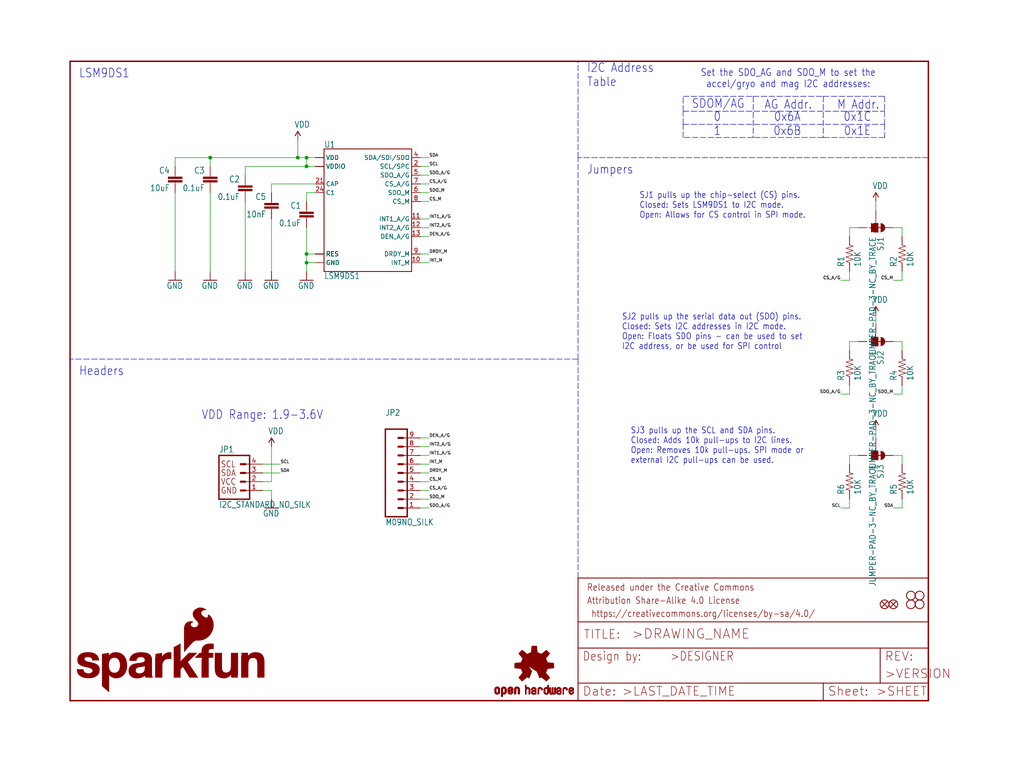
<source format=kicad_sch>
(kicad_sch (version 20211123) (generator eeschema)
  (paper "User" 297.002 224.485)
  (lib_symbols
    (symbol "eagleSchem-eagle-import:0.1UF-25V(+80{slash}-20%)(0603)"
      (property "Reference" "C" (at 1.524 2.921 0))
      (property "Value" "0.1UF-25V(+80{slash}-20%)(0603)" (at 1.524 -2.159 0))
      (symbol "0.1UF-25V(+80{slash}-20%)(0603)_1_0"
        (pin passive line (at 0 5.08 270) (length 2.54) (name "1") (number "1"))
        (pin passive line (at 0 -2.54 90) (length 2.54) (name "2") (number "2"))
      )
    )
    (symbol "eagleSchem-eagle-import:10KOHM-1{slash}10W-1%(0603)0603"
      (property "Reference" "R" (at -3.81 1.4986 0))
      (property "Value" "10KOHM-1{slash}10W-1%(0603)0603" (at -3.81 -3.302 0))
      (symbol "10KOHM-1{slash}10W-1%(0603)0603_1_0"
        (pin passive line (at -5.08 0 0) (length 2.54) (name "1") (number "1"))
        (pin passive line (at 5.08 0 180) (length 2.54) (name "2") (number "2"))
      )
    )
    (symbol "eagleSchem-eagle-import:10NF{slash}10000PF-50V-10%(0603)"
      (property "Reference" "C" (at 1.524 2.921 0))
      (property "Value" "10NF{slash}10000PF-50V-10%(0603)" (at 1.524 -2.159 0))
      (symbol "10NF{slash}10000PF-50V-10%(0603)_1_0"
        (pin passive line (at 0 5.08 270) (length 2.54) (name "1") (number "1"))
        (pin passive line (at 0 -2.54 90) (length 2.54) (name "2") (number "2"))
      )
    )
    (symbol "eagleSchem-eagle-import:10UF-6.3V-20%(0603)"
      (property "Reference" "C" (at 1.524 2.921 0))
      (property "Value" "10UF-6.3V-20%(0603)" (at 1.524 -2.159 0))
      (symbol "10UF-6.3V-20%(0603)_1_0"
        (pin passive line (at 0 5.08 270) (length 2.54) (name "1") (number "1"))
        (pin passive line (at 0 -2.54 90) (length 2.54) (name "2") (number "2"))
      )
    )
    (symbol "eagleSchem-eagle-import:FIDUCIAL1X2")
    (symbol "eagleSchem-eagle-import:FRAME-LETTER"
      (symbol "FRAME-LETTER_2_0"
        (text " https://creativecommons.org/licenses/by-sa/4.0/" (at 2.54 24.13 0) (effects (font (size 1.9304 1.6408)) (justify left bottom)))
        (text ">DESIGNER" (at 26.67 11.43 0) (effects (font (size 2.54 2.159)) (justify left bottom)))
        (text ">DRAWING_NAME" (at 15.494 17.78 0) (effects (font (size 2.7432 2.7432)) (justify left bottom)))
        (text ">LAST_DATE_TIME" (at 12.7 1.27 0) (effects (font (size 2.54 2.54)) (justify left bottom)))
        (text ">SHEET" (at 86.36 1.27 0) (effects (font (size 2.54 2.54)) (justify left bottom)))
        (text ">VERSION" (at 88.9 6.35 0) (effects (font (size 2.54 2.54)) (justify left bottom)))
        (text "Attribution Share-Alike 4.0 License" (at 2.54 27.94 0) (effects (font (size 1.9304 1.6408)) (justify left bottom)))
        (text "Date:" (at 1.27 1.27 0) (effects (font (size 2.54 2.54)) (justify left bottom)))
        (text "Design by:" (at 1.27 11.43 0) (effects (font (size 2.54 2.159)) (justify left bottom)))
        (text "Released under the Creative Commons" (at 2.54 31.75 0) (effects (font (size 1.9304 1.6408)) (justify left bottom)))
        (text "REV:" (at 88.9 11.43 0) (effects (font (size 2.54 2.54)) (justify left bottom)))
        (text "Sheet:" (at 72.39 1.27 0) (effects (font (size 2.54 2.54)) (justify left bottom)))
        (text "TITLE:" (at 1.524 17.78 0) (effects (font (size 2.54 2.54)) (justify left bottom)))
      )
    )
    (symbol "eagleSchem-eagle-import:GND" (power)
      (property "Value" "GND" (at -2.54 -2.54 0))
      (symbol "GND_1_0"
        (pin power_in line (at 0 2.54 270) (length 2.54) (name "GND") (number "1"))
      )
    )
    (symbol "eagleSchem-eagle-import:I2C_STANDARD_NO_SILK"
      (property "Reference" "JP" (at -2.54 13.462 0))
      (property "Value" "I2C_STANDARD_NO_SILK" (at -2.54 -2.54 0))
      (symbol "I2C_STANDARD_NO_SILK_1_0"
        (text "GND" (at -2.032 2.54 0) (effects (font (size 1.778 1.5113)) (justify left)))
        (text "SCL" (at -2.032 10.16 0) (effects (font (size 1.778 1.5113)) (justify left)))
        (text "SDA" (at -2.032 7.62 0) (effects (font (size 1.778 1.5113)) (justify left)))
        (text "VCC" (at -2.032 5.08 0) (effects (font (size 1.778 1.5113)) (justify left)))
        (pin passive line (at 10.16 2.54 180) (length 5.08) (name "1") (number "1"))
        (pin passive line (at 10.16 5.08 180) (length 5.08) (name "2") (number "2"))
        (pin passive line (at 10.16 7.62 180) (length 5.08) (name "3") (number "3"))
        (pin passive line (at 10.16 10.16 180) (length 5.08) (name "4") (number "4"))
      )
    )
    (symbol "eagleSchem-eagle-import:JUMPER-PAD-3-NC_BY_TRACE"
      (property "Reference" "SJ" (at 2.54 0.381 0))
      (property "Value" "JUMPER-PAD-3-NC_BY_TRACE" (at 2.54 -1.905 0))
      (symbol "JUMPER-PAD-3-NC_BY_TRACE_1_0"
        (pin passive line (at 0 5.08 270) (length 2.54) (name "1") (number "1"))
        (pin passive line (at -5.08 0 0) (length 2.54) (name "2") (number "2"))
        (pin passive line (at 0 -5.08 90) (length 2.54) (name "3") (number "3"))
      )
    )
    (symbol "eagleSchem-eagle-import:LSM9DS1"
      (property "Reference" "U" (at -12.7 19.05 0))
      (property "Value" "LSM9DS1" (at -12.7 -19.05 0))
      (symbol "LSM9DS1_1_0"
        (pin bidirectional line (at -15.24 12.7 0) (length 2.54) (name "VDDIO") (number "1"))
        (pin bidirectional line (at 15.24 -15.24 180) (length 2.54) (name "INT_M") (number "10"))
        (pin bidirectional line (at 15.24 -2.54 180) (length 2.54) (name "INT1_A/G") (number "11"))
        (pin bidirectional line (at 15.24 -5.08 180) (length 2.54) (name "INT2_A/G") (number "12"))
        (pin bidirectional line (at 15.24 -7.62 180) (length 2.54) (name "DEN_A/G") (number "13"))
        (pin bidirectional line (at -15.24 -12.7 0) (length 2.54) (name "RES") (number "14"))
        (pin bidirectional line (at -15.24 -12.7 0) (length 2.54) (name "RES") (number "15"))
        (pin bidirectional line (at -15.24 -12.7 0) (length 2.54) (name "RES") (number "16"))
        (pin bidirectional line (at -15.24 -12.7 0) (length 2.54) (name "RES") (number "17"))
        (pin bidirectional line (at -15.24 -12.7 0) (length 2.54) (name "RES") (number "18"))
        (pin bidirectional line (at -15.24 -15.24 0) (length 2.54) (name "GND") (number "19"))
        (pin bidirectional line (at 15.24 12.7 180) (length 2.54) (name "SCL/SPC") (number "2"))
        (pin bidirectional line (at -15.24 -15.24 0) (length 2.54) (name "GND") (number "20"))
        (pin bidirectional line (at -15.24 7.62 0) (length 2.54) (name "CAP") (number "21"))
        (pin bidirectional line (at -15.24 15.24 0) (length 2.54) (name "VDD") (number "22"))
        (pin bidirectional line (at -15.24 15.24 0) (length 2.54) (name "VDD") (number "23"))
        (pin bidirectional line (at -15.24 5.08 0) (length 2.54) (name "C1") (number "24"))
        (pin bidirectional line (at -15.24 12.7 0) (length 2.54) (name "VDDIO") (number "3"))
        (pin bidirectional line (at 15.24 15.24 180) (length 2.54) (name "SDA/SDI/SDO") (number "4"))
        (pin bidirectional line (at 15.24 10.16 180) (length 2.54) (name "SDO_A/G") (number "5"))
        (pin bidirectional line (at 15.24 5.08 180) (length 2.54) (name "SDO_M") (number "6"))
        (pin bidirectional line (at 15.24 7.62 180) (length 2.54) (name "CS_A/G") (number "7"))
        (pin bidirectional line (at 15.24 2.54 180) (length 2.54) (name "CS_M") (number "8"))
        (pin bidirectional line (at 15.24 -12.7 180) (length 2.54) (name "DRDY_M") (number "9"))
      )
    )
    (symbol "eagleSchem-eagle-import:M09NO_SILK"
      (property "Reference" "JP" (at 0 16.51 0))
      (property "Value" "M09NO_SILK" (at 0 -15.24 0))
      (symbol "M09NO_SILK_1_0"
        (pin passive line (at 10.16 -10.16 180) (length 5.08) (name "1") (number "1"))
        (pin passive line (at 10.16 -7.62 180) (length 5.08) (name "2") (number "2"))
        (pin passive line (at 10.16 -5.08 180) (length 5.08) (name "3") (number "3"))
        (pin passive line (at 10.16 -2.54 180) (length 5.08) (name "4") (number "4"))
        (pin passive line (at 10.16 0 180) (length 5.08) (name "5") (number "5"))
        (pin passive line (at 10.16 2.54 180) (length 5.08) (name "6") (number "6"))
        (pin passive line (at 10.16 5.08 180) (length 5.08) (name "7") (number "7"))
        (pin passive line (at 10.16 7.62 180) (length 5.08) (name "8") (number "8"))
        (pin passive line (at 10.16 10.16 180) (length 5.08) (name "9") (number "9"))
      )
    )
    (symbol "eagleSchem-eagle-import:OSHW-LOGOS")
    (symbol "eagleSchem-eagle-import:SFE_LOGO_FLAME.2_INCH")
    (symbol "eagleSchem-eagle-import:SFE_LOGO_NAME.1_INCH")
    (symbol "eagleSchem-eagle-import:STAND-OFF")
    (symbol "eagleSchem-eagle-import:VDD" (power)
      (property "Value" "VDD" (at -1.016 3.556 0))
      (symbol "VDD_1_0"
        (pin power_in line (at 0 0 90) (length 2.54) (name "VDD") (number "1"))
      )
    )
  )
  (junction (at 86.36 45.72))
  (junction (at 88.9 76.2))
  (junction (at 88.9 48.26))
  (junction (at 88.9 45.72))
  (junction (at 88.9 73.66))
  (junction (at 60.96 45.72))
  (wire (pts (xy 121.92 134.62) (xy 124.46 134.62)))
  (polyline (pts (xy 269.24 45.72) (xy 167.64 45.72)))
  (wire (pts (xy 86.36 45.72) (xy 86.36 40.64)))
  (polyline (pts (xy 256.54 39.878) (xy 238.76 39.878)))
  (wire (pts (xy 76.2 137.16) (xy 81.28 137.16)))
  (wire (pts (xy 246.38 144.78) (xy 246.38 147.32)))
  (wire (pts (xy 121.92 127) (xy 124.46 127)))
  (wire (pts (xy 88.9 76.2) (xy 88.9 78.74)))
  (wire (pts (xy 261.62 111.76) (xy 261.62 114.3)))
  (wire (pts (xy 60.96 48.26) (xy 60.96 45.72)))
  (wire (pts (xy 246.38 132.08) (xy 246.38 134.62)))
  (polyline (pts (xy 198.12 36.068) (xy 198.12 32.258)))
  (wire (pts (xy 259.08 99.06) (xy 261.62 99.06)))
  (polyline (pts (xy 198.12 32.258) (xy 256.54 32.258)))
  (polyline (pts (xy 198.12 32.258) (xy 198.12 27.94)))
  (wire (pts (xy 88.9 73.66) (xy 88.9 76.2)))
  (wire (pts (xy 246.38 78.74) (xy 246.38 81.28)))
  (wire (pts (xy 76.2 139.7) (xy 78.74 139.7)))
  (wire (pts (xy 261.62 132.08) (xy 261.62 134.62)))
  (wire (pts (xy 246.38 101.6) (xy 246.38 99.06)))
  (wire (pts (xy 71.12 48.26) (xy 88.9 48.26)))
  (wire (pts (xy 254 91.44) (xy 254 93.98)))
  (polyline (pts (xy 167.64 45.72) (xy 167.64 17.78)))
  (wire (pts (xy 121.92 53.34) (xy 124.46 53.34)))
  (polyline (pts (xy 256.54 32.258) (xy 256.54 36.068)))
  (polyline (pts (xy 198.12 27.94) (xy 218.44 27.94)))
  (wire (pts (xy 246.38 114.3) (xy 243.84 114.3)))
  (wire (pts (xy 254 58.42) (xy 254 60.96)))
  (wire (pts (xy 121.92 45.72) (xy 124.46 45.72)))
  (polyline (pts (xy 167.64 104.14) (xy 20.32 104.14)))
  (polyline (pts (xy 198.12 39.878) (xy 198.12 36.068)))
  (wire (pts (xy 50.8 78.74) (xy 50.8 55.88)))
  (wire (pts (xy 60.96 78.74) (xy 60.96 55.88)))
  (wire (pts (xy 78.74 78.74) (xy 78.74 63.5)))
  (polyline (pts (xy 256.54 27.94) (xy 256.54 32.258)))
  (polyline (pts (xy 218.44 39.878) (xy 198.12 39.878)))
  (wire (pts (xy 246.38 99.06) (xy 248.92 99.06)))
  (wire (pts (xy 78.74 55.88) (xy 78.74 53.34)))
  (wire (pts (xy 76.2 142.24) (xy 78.74 142.24)))
  (wire (pts (xy 76.2 134.62) (xy 81.28 134.62)))
  (wire (pts (xy 261.62 99.06) (xy 261.62 101.6)))
  (wire (pts (xy 124.46 48.26) (xy 121.92 48.26)))
  (wire (pts (xy 261.62 114.3) (xy 259.08 114.3)))
  (wire (pts (xy 78.74 139.7) (xy 78.74 129.54)))
  (wire (pts (xy 121.92 68.58) (xy 124.46 68.58)))
  (wire (pts (xy 78.74 53.34) (xy 91.44 53.34)))
  (polyline (pts (xy 238.76 27.94) (xy 238.76 39.878)))
  (wire (pts (xy 121.92 147.32) (xy 124.46 147.32)))
  (wire (pts (xy 121.92 55.88) (xy 124.46 55.88)))
  (polyline (pts (xy 167.64 167.64) (xy 167.64 104.14)))
  (wire (pts (xy 246.38 147.32) (xy 243.84 147.32)))
  (wire (pts (xy 246.38 81.28) (xy 243.84 81.28)))
  (wire (pts (xy 91.44 73.66) (xy 88.9 73.66)))
  (wire (pts (xy 121.92 132.08) (xy 124.46 132.08)))
  (polyline (pts (xy 198.12 36.068) (xy 256.54 36.068)))
  (wire (pts (xy 60.96 45.72) (xy 86.36 45.72)))
  (wire (pts (xy 121.92 76.2) (xy 124.46 76.2)))
  (wire (pts (xy 261.62 81.28) (xy 259.08 81.28)))
  (polyline (pts (xy 218.44 27.94) (xy 218.44 39.878)))
  (wire (pts (xy 261.62 78.74) (xy 261.62 81.28)))
  (wire (pts (xy 121.92 139.7) (xy 124.46 139.7)))
  (wire (pts (xy 254 127) (xy 254 124.46)))
  (wire (pts (xy 78.74 142.24) (xy 78.74 144.78)))
  (polyline (pts (xy 218.44 27.94) (xy 238.76 27.94)))
  (wire (pts (xy 50.8 48.26) (xy 50.8 45.72)))
  (wire (pts (xy 50.8 45.72) (xy 60.96 45.72)))
  (wire (pts (xy 88.9 48.26) (xy 91.44 48.26)))
  (wire (pts (xy 246.38 111.76) (xy 246.38 114.3)))
  (polyline (pts (xy 256.54 36.068) (xy 256.54 39.878)))
  (wire (pts (xy 121.92 58.42) (xy 124.46 58.42)))
  (wire (pts (xy 259.08 132.08) (xy 261.62 132.08)))
  (wire (pts (xy 91.44 76.2) (xy 88.9 76.2)))
  (wire (pts (xy 88.9 58.42) (xy 88.9 55.88)))
  (polyline (pts (xy 238.76 27.94) (xy 256.54 27.94)))
  (wire (pts (xy 261.62 147.32) (xy 259.08 147.32)))
  (wire (pts (xy 261.62 144.78) (xy 261.62 147.32)))
  (wire (pts (xy 71.12 50.8) (xy 71.12 48.26)))
  (wire (pts (xy 121.92 50.8) (xy 124.46 50.8)))
  (wire (pts (xy 71.12 78.74) (xy 71.12 58.42)))
  (wire (pts (xy 246.38 68.58) (xy 246.38 66.04)))
  (wire (pts (xy 246.38 66.04) (xy 248.92 66.04)))
  (wire (pts (xy 121.92 63.5) (xy 124.46 63.5)))
  (wire (pts (xy 261.62 66.04) (xy 261.62 68.58)))
  (wire (pts (xy 121.92 129.54) (xy 124.46 129.54)))
  (wire (pts (xy 121.92 73.66) (xy 124.46 73.66)))
  (wire (pts (xy 248.92 132.08) (xy 246.38 132.08)))
  (wire (pts (xy 121.92 66.04) (xy 124.46 66.04)))
  (wire (pts (xy 88.9 45.72) (xy 91.44 45.72)))
  (wire (pts (xy 121.92 144.78) (xy 124.46 144.78)))
  (wire (pts (xy 88.9 48.26) (xy 88.9 45.72)))
  (wire (pts (xy 88.9 55.88) (xy 91.44 55.88)))
  (polyline (pts (xy 167.64 104.14) (xy 167.64 45.72)))
  (wire (pts (xy 86.36 45.72) (xy 88.9 45.72)))
  (wire (pts (xy 121.92 137.16) (xy 124.46 137.16)))
  (polyline (pts (xy 238.76 39.878) (xy 218.44 39.878)))
  (wire (pts (xy 259.08 66.04) (xy 261.62 66.04)))
  (wire (pts (xy 121.92 142.24) (xy 124.46 142.24)))
  (wire (pts (xy 88.9 66.04) (xy 88.9 73.66)))
  (text "0x6A\n0x6B" (at 228.346 36.068 180) (effects (font (size 2.54 2.159))))
  (text "Jumpers" (at 170.18 50.8 180) (effects (font (size 2.54 2.159)) (justify left bottom)))
  (text "SDOM/AG" (at 208.28 30.226 180) (effects (font (size 2.54 2.159))))
  (text "AG Addr." (at 228.6 30.48 180) (effects (font (size 2.54 2.159))))
  (text "VDD Range: 1.9-3.6V" (at 58.42 121.92 180) (effects (font (size 2.54 2.159)) (justify left bottom)))
  (text "0x1C\n0x1E" (at 248.666 36.068 180) (effects (font (size 2.54 2.159))))
  (text "I2C Address\nTable" (at 170.18 25.4 180) (effects (font (size 2.54 2.159)) (justify left bottom)))
  (text "SJ1 pulls up the chip-select (CS) pins.\nClosed: Sets LSM9DS1 to I2C mode.\nOpen: Allows for CS control in SPI mode." (at 185.42 63.5 0) (effects (font (size 1.778 1.5113)) (justify left bottom)))
  (text "Headers" (at 22.86 109.22 180) (effects (font (size 2.54 2.159)) (justify left bottom)))
  (text "SJ3 pulls up the SCL and SDA pins.\nClosed: Adds 10k pull-ups to I2C lines.\nOpen: Removes 10k pull-ups. SPI mode or\nexternal I2C pull-ups can be used." (at 182.88 134.62 0) (effects (font (size 1.778 1.5113)) (justify left bottom)))
  (text "SJ2 pulls up the serial data out (SDO) pins.\nClosed: Sets I2C addresses in I2C mode.\nOpen: Floats SDO pins - can be used to set\nI2C address, or be used for SPI control" (at 180.34 101.6 0) (effects (font (size 1.778 1.5113)) (justify left bottom)))
  (text "LSM9DS1" (at 22.86 22.86 180) (effects (font (size 2.54 2.159)) (justify left bottom)))
  (text "0\n1" (at 208.026 36.068 180) (effects (font (size 2.54 2.159))))
  (text "Set the SDO_AG and SDO_M to set the\naccel/gryo and mag I2C addresses:" (at 228.6 22.86 0) (effects (font (size 2.032 1.7272))))
  (text "M Addr." (at 248.92 30.48 180) (effects (font (size 2.54 2.159))))
  (label "SCL" (at 81.28 134.62 0) (effects (font (size 0.889 0.889))))
  (label "INT2_A/G" (at 124.46 66.04 0) (effects (font (size 0.889 0.889))))
  (label "CS_A/G" (at 124.46 142.24 0) (effects (font (size 0.889 0.889))))
  (label "CS_A/G" (at 243.84 81.28 180) (effects (font (size 0.889 0.889))))
  (label "INT1_A/G" (at 124.46 63.5 0) (effects (font (size 0.889 0.889))))
  (label "CS_M" (at 124.46 58.42 0) (effects (font (size 0.889 0.889))))
  (label "SDO_M" (at 124.46 55.88 0) (effects (font (size 0.889 0.889))))
  (label "DEN_A/G" (at 124.46 68.58 0) (effects (font (size 0.889 0.889))))
  (label "SDA" (at 259.08 147.32 180) (effects (font (size 0.889 0.889))))
  (label "DRDY_M" (at 124.46 137.16 0) (effects (font (size 0.889 0.889))))
  (label "SDA" (at 81.28 137.16 0) (effects (font (size 0.889 0.889))))
  (label "DEN_A/G" (at 124.46 127 0) (effects (font (size 0.889 0.889))))
  (label "INT_M" (at 124.46 76.2 0) (effects (font (size 0.889 0.889))))
  (label "SDA" (at 124.46 45.72 0) (effects (font (size 0.889 0.889))))
  (label "SDO_M" (at 124.46 144.78 0) (effects (font (size 0.889 0.889))))
  (label "SDO_M" (at 259.08 114.3 180) (effects (font (size 0.889 0.889))))
  (label "SDO_A/G" (at 124.46 50.8 0) (effects (font (size 0.889 0.889))))
  (label "INT_M" (at 124.46 134.62 0) (effects (font (size 0.889 0.889))))
  (label "SCL" (at 124.46 48.26 0) (effects (font (size 0.889 0.889))))
  (label "INT2_A/G" (at 124.46 129.54 0) (effects (font (size 0.889 0.889))))
  (label "CS_M" (at 124.46 139.7 0) (effects (font (size 0.889 0.889))))
  (label "SDO_A/G" (at 243.84 114.3 180) (effects (font (size 0.889 0.889))))
  (label "DRDY_M" (at 124.46 73.66 0) (effects (font (size 0.889 0.889))))
  (label "SDO_A/G" (at 124.46 147.32 0) (effects (font (size 0.889 0.889))))
  (label "CS_M" (at 259.08 81.28 180) (effects (font (size 0.889 0.889))))
  (label "CS_A/G" (at 124.46 53.34 0) (effects (font (size 0.889 0.889))))
  (label "SCL" (at 243.84 147.32 180) (effects (font (size 0.889 0.889))))
  (label "INT1_A/G" (at 124.46 132.08 0) (effects (font (size 0.889 0.889))))
  (symbol (lib_id "eagleSchem-eagle-import:I2C_STANDARD_NO_SILK") (at 66.04 144.78 0) (unit 1)
    (property "Reference" "JP1" (at 63.5 131.318 0) (effects (font (size 1.778 1.5113)) (justify left bottom)))
    (property "Value" "I2C_STANDARD_NO_SILK" (at 63.5 147.32 0) (effects (font (size 1.778 1.5113)) (justify left bottom)))
    (property "Footprint" "eagleSchem:1X04_NO_SILK" (effects hide))
  )
  (symbol (lib_id "eagleSchem-eagle-import:JUMPER-PAD-3-NC_BY_TRACE") (at 254 99.06 270) (unit 1)
    (property "Reference" "SJ2" (at 254.381 101.6 0) (effects (font (size 1.778 1.5113)) (justify left bottom)))
    (property "Value" "JUMPER-PAD-3-NC_BY_TRACE" (at 252.095 101.6 0) (effects (font (size 1.778 1.5113)) (justify left bottom)))
    (property "Footprint" "eagleSchem:PAD-JUMPER-3-3OF3_NC_BY_TRACE_YES_SILK_FULL_BOX" (effects hide))
  )
  (symbol (lib_id "eagleSchem-eagle-import:JUMPER-PAD-3-NC_BY_TRACE") (at 254 132.08 270) (unit 1)
    (property "Reference" "SJ3" (at 254.381 134.62 0) (effects (font (size 1.778 1.5113)) (justify left bottom)))
    (property "Value" "JUMPER-PAD-3-NC_BY_TRACE" (at 252.095 134.62 0) (effects (font (size 1.778 1.5113)) (justify left bottom)))
    (property "Footprint" "eagleSchem:PAD-JUMPER-3-3OF3_NC_BY_TRACE_YES_SILK_FULL_BOX" (effects hide))
  )
  (symbol (lib_id "eagleSchem-eagle-import:10UF-6.3V-20%(0603)") (at 50.8 53.34 0) (mirror y) (unit 1)
    (property "Reference" "C4" (at 49.276 50.419 0) (effects (font (size 1.778 1.5113)) (justify left bottom)))
    (property "Value" "10uF" (at 49.276 55.499 0) (effects (font (size 1.778 1.5113)) (justify left bottom)))
    (property "Footprint" "eagleSchem:0603-CAP" (effects hide))
  )
  (symbol (lib_id "eagleSchem-eagle-import:GND") (at 88.9 81.28 0) (unit 1)
    (property "Reference" "#GND1" (effects hide))
    (property "Value" "GND" (at 86.36 83.82 0) (effects (font (size 1.778 1.5113)) (justify left bottom)))
    (property "Footprint" "eagleSchem:" (effects hide))
  )
  (symbol (lib_id "eagleSchem-eagle-import:10KOHM-1{slash}10W-1%(0603)0603") (at 246.38 73.66 90) (unit 1)
    (property "Reference" "R1" (at 244.8814 77.47 0) (effects (font (size 1.778 1.5113)) (justify left bottom)))
    (property "Value" "10K" (at 249.682 77.47 0) (effects (font (size 1.778 1.5113)) (justify left bottom)))
    (property "Footprint" "eagleSchem:0603-RES" (effects hide))
  )
  (symbol (lib_id "eagleSchem-eagle-import:STAND-OFF") (at 266.7 175.26 0) (unit 1)
    (property "Reference" "STANDOFF4" (effects hide))
    (property "Value" "STAND-OFF" (effects hide))
    (property "Footprint" "eagleSchem:STAND-OFF" (effects hide))
  )
  (symbol (lib_id "eagleSchem-eagle-import:GND") (at 50.8 81.28 0) (unit 1)
    (property "Reference" "#GND5" (effects hide))
    (property "Value" "GND" (at 48.26 83.82 0) (effects (font (size 1.778 1.5113)) (justify left bottom)))
    (property "Footprint" "eagleSchem:" (effects hide))
  )
  (symbol (lib_id "eagleSchem-eagle-import:10KOHM-1{slash}10W-1%(0603)0603") (at 246.38 139.7 90) (unit 1)
    (property "Reference" "R6" (at 244.8814 143.51 0) (effects (font (size 1.778 1.5113)) (justify left bottom)))
    (property "Value" "10K" (at 249.682 143.51 0) (effects (font (size 1.778 1.5113)) (justify left bottom)))
    (property "Footprint" "eagleSchem:0603-RES" (effects hide))
  )
  (symbol (lib_id "eagleSchem-eagle-import:SFE_LOGO_FLAME.2_INCH") (at 53.086 189.484 0) (unit 1)
    (property "Reference" "LOGO2" (effects hide))
    (property "Value" "SFE_LOGO_FLAME.2_INCH" (effects hide))
    (property "Footprint" "eagleSchem:SFE_LOGO_FLAME_.2" (effects hide))
  )
  (symbol (lib_id "eagleSchem-eagle-import:10NF{slash}10000PF-50V-10%(0603)") (at 78.74 60.96 0) (mirror y) (unit 1)
    (property "Reference" "C5" (at 77.216 58.039 0) (effects (font (size 1.778 1.5113)) (justify left bottom)))
    (property "Value" "10nF" (at 77.216 63.119 0) (effects (font (size 1.778 1.5113)) (justify left bottom)))
    (property "Footprint" "eagleSchem:0603-CAP" (effects hide))
  )
  (symbol (lib_id "eagleSchem-eagle-import:10KOHM-1{slash}10W-1%(0603)0603") (at 261.62 139.7 90) (unit 1)
    (property "Reference" "R5" (at 260.1214 143.51 0) (effects (font (size 1.778 1.5113)) (justify left bottom)))
    (property "Value" "10K" (at 264.922 143.51 0) (effects (font (size 1.778 1.5113)) (justify left bottom)))
    (property "Footprint" "eagleSchem:0603-RES" (effects hide))
  )
  (symbol (lib_id "eagleSchem-eagle-import:10KOHM-1{slash}10W-1%(0603)0603") (at 261.62 106.68 90) (unit 1)
    (property "Reference" "R4" (at 260.1214 110.49 0) (effects (font (size 1.778 1.5113)) (justify left bottom)))
    (property "Value" "10K" (at 264.922 110.49 0) (effects (font (size 1.778 1.5113)) (justify left bottom)))
    (property "Footprint" "eagleSchem:0603-RES" (effects hide))
  )
  (symbol (lib_id "eagleSchem-eagle-import:M09NO_SILK") (at 111.76 137.16 0) (unit 1)
    (property "Reference" "JP2" (at 111.76 120.65 0) (effects (font (size 1.778 1.5113)) (justify left bottom)))
    (property "Value" "M09NO_SILK" (at 111.76 152.4 0) (effects (font (size 1.778 1.5113)) (justify left bottom)))
    (property "Footprint" "eagleSchem:1X09_NO_SILK" (effects hide))
  )
  (symbol (lib_id "eagleSchem-eagle-import:10KOHM-1{slash}10W-1%(0603)0603") (at 261.62 73.66 90) (unit 1)
    (property "Reference" "R2" (at 260.1214 77.47 0) (effects (font (size 1.778 1.5113)) (justify left bottom)))
    (property "Value" "10K" (at 264.922 77.47 0) (effects (font (size 1.778 1.5113)) (justify left bottom)))
    (property "Footprint" "eagleSchem:0603-RES" (effects hide))
  )
  (symbol (lib_id "eagleSchem-eagle-import:0.1UF-25V(+80{slash}-20%)(0603)") (at 60.96 53.34 0) (mirror y) (unit 1)
    (property "Reference" "C3" (at 59.436 50.419 0) (effects (font (size 1.778 1.5113)) (justify left bottom)))
    (property "Value" "0.1uF" (at 59.436 55.499 0) (effects (font (size 1.778 1.5113)) (justify left bottom)))
    (property "Footprint" "eagleSchem:0603-CAP" (effects hide))
  )
  (symbol (lib_id "eagleSchem-eagle-import:VDD") (at 254 58.42 0) (unit 1)
    (property "Reference" "#SUPPLY2" (effects hide))
    (property "Value" "VDD" (at 252.984 54.864 0) (effects (font (size 1.778 1.5113)) (justify left bottom)))
    (property "Footprint" "eagleSchem:" (effects hide))
  )
  (symbol (lib_id "eagleSchem-eagle-import:STAND-OFF") (at 266.7 172.72 0) (unit 1)
    (property "Reference" "STANDOFF1" (effects hide))
    (property "Value" "STAND-OFF" (effects hide))
    (property "Footprint" "eagleSchem:STAND-OFF" (effects hide))
  )
  (symbol (lib_id "eagleSchem-eagle-import:VDD") (at 78.74 129.54 0) (unit 1)
    (property "Reference" "#SUPPLY5" (effects hide))
    (property "Value" "VDD" (at 77.724 125.984 0) (effects (font (size 1.778 1.5113)) (justify left bottom)))
    (property "Footprint" "eagleSchem:" (effects hide))
  )
  (symbol (lib_id "eagleSchem-eagle-import:FRAME-LETTER") (at 20.32 203.2 0) (unit 1)
    (property "Reference" "FRAME1" (effects hide))
    (property "Value" "FRAME-LETTER" (effects hide))
    (property "Footprint" "eagleSchem:CREATIVE_COMMONS" (effects hide))
    (property "Value" "FRAME-LETTER" (effects hide))
    (property "Value" "FRAME-LETTER" (effects hide))
  )
  (symbol (lib_id "eagleSchem-eagle-import:STAND-OFF") (at 264.16 172.72 0) (unit 1)
    (property "Reference" "STANDOFF2" (effects hide))
    (property "Value" "STAND-OFF" (effects hide))
    (property "Footprint" "eagleSchem:STAND-OFF" (effects hide))
  )
  (symbol (lib_id "eagleSchem-eagle-import:VDD") (at 254 124.46 0) (unit 1)
    (property "Reference" "#SUPPLY4" (effects hide))
    (property "Value" "VDD" (at 252.984 120.904 0) (effects (font (size 1.778 1.5113)) (justify left bottom)))
    (property "Footprint" "eagleSchem:" (effects hide))
  )
  (symbol (lib_id "eagleSchem-eagle-import:GND") (at 78.74 147.32 0) (unit 1)
    (property "Reference" "#GND6" (effects hide))
    (property "Value" "GND" (at 76.2 149.86 0) (effects (font (size 1.778 1.5113)) (justify left bottom)))
    (property "Footprint" "eagleSchem:" (effects hide))
  )
  (symbol (lib_id "eagleSchem-eagle-import:FIDUCIAL1X2") (at 256.54 175.26 0) (unit 1)
    (property "Reference" "FID2" (effects hide))
    (property "Value" "FIDUCIAL1X2" (effects hide))
    (property "Footprint" "eagleSchem:FIDUCIAL-1X2" (effects hide))
  )
  (symbol (lib_id "eagleSchem-eagle-import:GND") (at 60.96 81.28 0) (unit 1)
    (property "Reference" "#GND4" (effects hide))
    (property "Value" "GND" (at 58.42 83.82 0) (effects (font (size 1.778 1.5113)) (justify left bottom)))
    (property "Footprint" "eagleSchem:" (effects hide))
  )
  (symbol (lib_id "eagleSchem-eagle-import:10KOHM-1{slash}10W-1%(0603)0603") (at 246.38 106.68 90) (unit 1)
    (property "Reference" "R3" (at 244.8814 110.49 0) (effects (font (size 1.778 1.5113)) (justify left bottom)))
    (property "Value" "10K" (at 249.682 110.49 0) (effects (font (size 1.778 1.5113)) (justify left bottom)))
    (property "Footprint" "eagleSchem:0603-RES" (effects hide))
  )
  (symbol (lib_id "eagleSchem-eagle-import:OSHW-LOGOS") (at 154.94 193.04 0) (unit 1)
    (property "Reference" "LOGO3" (effects hide))
    (property "Value" "OSHW-LOGOS" (effects hide))
    (property "Footprint" "eagleSchem:OSHW-LOGO-S" (effects hide))
  )
  (symbol (lib_id "eagleSchem-eagle-import:GND") (at 71.12 81.28 0) (unit 1)
    (property "Reference" "#GND3" (effects hide))
    (property "Value" "GND" (at 68.58 83.82 0) (effects (font (size 1.778 1.5113)) (justify left bottom)))
    (property "Footprint" "eagleSchem:" (effects hide))
  )
  (symbol (lib_id "eagleSchem-eagle-import:FRAME-LETTER") (at 167.64 203.2 0) (unit 2)
    (property "Reference" "FRAME1" (effects hide))
    (property "Value" "FRAME-LETTER" (effects hide))
    (property "Footprint" "eagleSchem:CREATIVE_COMMONS" (effects hide))
    (property "Value" "FRAME-LETTER" (effects hide))
    (property "Value" "FRAME-LETTER" (effects hide))
  )
  (symbol (lib_id "eagleSchem-eagle-import:GND") (at 78.74 81.28 0) (unit 1)
    (property "Reference" "#GND2" (effects hide))
    (property "Value" "GND" (at 76.2 83.82 0) (effects (font (size 1.778 1.5113)) (justify left bottom)))
    (property "Footprint" "eagleSchem:" (effects hide))
  )
  (symbol (lib_id "eagleSchem-eagle-import:VDD") (at 254 91.44 0) (unit 1)
    (property "Reference" "#SUPPLY3" (effects hide))
    (property "Value" "VDD" (at 252.984 87.884 0) (effects (font (size 1.778 1.5113)) (justify left bottom)))
    (property "Footprint" "eagleSchem:" (effects hide))
  )
  (symbol (lib_id "eagleSchem-eagle-import:LSM9DS1") (at 106.68 60.96 0) (unit 1)
    (property "Reference" "U1" (at 93.98 41.91 0) (effects (font (size 1.778 1.5113)) (justify left)))
    (property "Value" "LSM9DS1" (at 93.98 80.01 0) (effects (font (size 1.778 1.5113)) (justify left)))
    (property "Footprint" "eagleSchem:LGA24-8X4" (effects hide))
  )
  (symbol (lib_id "eagleSchem-eagle-import:JUMPER-PAD-3-NC_BY_TRACE") (at 254 66.04 270) (unit 1)
    (property "Reference" "SJ1" (at 254.381 68.58 0) (effects (font (size 1.778 1.5113)) (justify left bottom)))
    (property "Value" "JUMPER-PAD-3-NC_BY_TRACE" (at 252.095 68.58 0) (effects (font (size 1.778 1.5113)) (justify left bottom)))
    (property "Footprint" "eagleSchem:PAD-JUMPER-3-3OF3_NC_BY_TRACE_YES_SILK_FULL_BOX" (effects hide))
  )
  (symbol (lib_id "eagleSchem-eagle-import:0.1UF-25V(+80{slash}-20%)(0603)") (at 88.9 63.5 0) (mirror y) (unit 1)
    (property "Reference" "C1" (at 87.376 60.579 0) (effects (font (size 1.778 1.5113)) (justify left bottom)))
    (property "Value" "0.1uF" (at 87.376 65.659 0) (effects (font (size 1.778 1.5113)) (justify left bottom)))
    (property "Footprint" "eagleSchem:0603-CAP" (effects hide))
  )
  (symbol (lib_id "eagleSchem-eagle-import:VDD") (at 86.36 40.64 0) (unit 1)
    (property "Reference" "#SUPPLY1" (effects hide))
    (property "Value" "VDD" (at 85.344 37.084 0) (effects (font (size 1.778 1.5113)) (justify left bottom)))
    (property "Footprint" "eagleSchem:" (effects hide))
  )
  (symbol (lib_id "eagleSchem-eagle-import:0.1UF-25V(+80{slash}-20%)(0603)") (at 71.12 55.88 0) (mirror y) (unit 1)
    (property "Reference" "C2" (at 69.596 52.959 0) (effects (font (size 1.778 1.5113)) (justify left bottom)))
    (property "Value" "0.1uF" (at 69.596 58.039 0) (effects (font (size 1.778 1.5113)) (justify left bottom)))
    (property "Footprint" "eagleSchem:0603-CAP" (effects hide))
  )
  (symbol (lib_id "eagleSchem-eagle-import:SFE_LOGO_NAME.1_INCH") (at 20.32 200.66 0) (unit 1)
    (property "Reference" "LOGO1" (effects hide))
    (property "Value" "SFE_LOGO_NAME.1_INCH" (effects hide))
    (property "Footprint" "eagleSchem:SFE_LOGO_NAME_.1" (effects hide))
  )
  (symbol (lib_id "eagleSchem-eagle-import:STAND-OFF") (at 264.16 175.26 0) (unit 1)
    (property "Reference" "STANDOFF3" (effects hide))
    (property "Value" "STAND-OFF" (effects hide))
    (property "Footprint" "eagleSchem:STAND-OFF" (effects hide))
  )
  (symbol (lib_id "eagleSchem-eagle-import:FIDUCIAL1X2") (at 259.08 175.26 0) (unit 1)
    (property "Reference" "FID1" (effects hide))
    (property "Value" "FIDUCIAL1X2" (effects hide))
    (property "Footprint" "eagleSchem:FIDUCIAL-1X2" (effects hide))
  )
)
</source>
